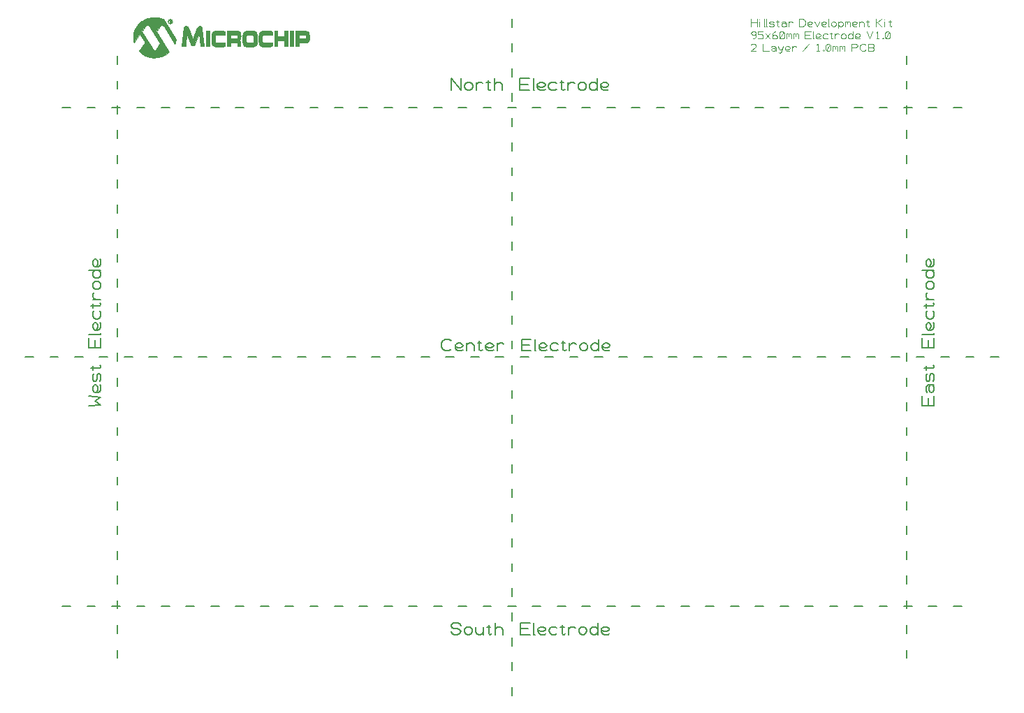
<source format=gbr>
G04 GENERATED BY PULSONIX 7.0 GERBER.DLL 4573*
%INHILLSTAR_95X60_EL_V1_0*%
%LNGERBER_SILKSCREEN_TOP*%
%FSLAX33Y33*%
%IPPOS*%
%LPD*%
%OFA0B0*%
%MOMM*%
%ADD15C,0.125*%
%ADD17C,0.200*%
%ADD1845C,0.010*%
X0Y0D02*
D02*
D15*
X159028Y167133D02*
X159028Y168015D01*
Y167574D02*
X159763Y167574D01*
Y167133D02*
X159763Y168015D01*
X160041Y167133D02*
X160041Y167721D01*
Y167941D02*
X160042Y167942D01*
X160652Y167133D02*
X160578Y167133D01*
Y168015*
X160964Y167133D02*
X160891Y167133D01*
Y168015*
X161203Y167206D02*
X161350Y167133D01*
X161644*
X161791Y167206*
Y167353*
X161644Y167427*
X161350*
X161203Y167500*
Y167647*
X161350Y167721*
X161644*
X161791Y167647*
X162053Y167721D02*
X162347Y167721D01*
X162200Y167868D02*
X162200Y167206D01*
X162274Y167133*
X162347*
X162421Y167206*
X162678Y167647D02*
X162825Y167721D01*
X163046*
X163193Y167647*
X163266Y167500*
Y167280*
X163193Y167206*
X163046Y167133*
X162899*
X162752Y167206*
X162678Y167280*
Y167353*
X162752Y167427*
X162899Y167500*
X163046*
X163193Y167427*
X163266Y167353*
Y167280D02*
X163266Y167133D01*
X163528D02*
X163528Y167721D01*
Y167500D02*
X163602Y167647D01*
X163749Y167721*
X163896*
X164043Y167647*
X164841Y167133D02*
X164841Y168015D01*
X165282*
X165429Y167941*
X165502Y167868*
X165576Y167721*
Y167427*
X165502Y167280*
X165429Y167206*
X165282Y167133*
X164841*
X166441Y167206D02*
X166368Y167133D01*
X166221*
X166074*
X165927Y167206*
X165853Y167353*
Y167574*
X165927Y167647*
X166074Y167721*
X166221*
X166368Y167647*
X166441Y167574*
Y167500*
X166368Y167427*
X166221Y167353*
X166074*
X165927Y167427*
X165853Y167500*
X166703Y167721D02*
X166997Y167133D01*
X167291Y167721*
X168141Y167206D02*
X168068Y167133D01*
X167921*
X167774*
X167627Y167206*
X167553Y167353*
Y167574*
X167627Y167647*
X167774Y167721*
X167921*
X168068Y167647*
X168141Y167574*
Y167500*
X168068Y167427*
X167921Y167353*
X167774*
X167627Y167427*
X167553Y167500*
X168477Y167133D02*
X168403Y167133D01*
Y168015*
X168716Y167353D02*
X168789Y167206D01*
X168936Y167133*
X169083*
X169230Y167206*
X169304Y167353*
Y167500*
X169230Y167647*
X169083Y167721*
X168936*
X168789Y167647*
X168716Y167500*
Y167353*
X169566Y167721D02*
X169566Y166912D01*
Y167353D02*
X169639Y167206D01*
X169786Y167133*
X169933*
X170080Y167206*
X170154Y167353*
Y167500*
X170080Y167647*
X169933Y167721*
X169786*
X169639Y167647*
X169566Y167500*
Y167353*
X170416Y167133D02*
X170416Y167721D01*
Y167647D02*
X170489Y167721D01*
X170636*
X170710Y167647*
Y167427*
Y167647D02*
X170783Y167721D01*
X170930*
X171004Y167647*
Y167133*
X171854Y167206D02*
X171780Y167133D01*
X171633*
X171486*
X171339Y167206*
X171266Y167353*
Y167574*
X171339Y167647*
X171486Y167721*
X171633*
X171780Y167647*
X171854Y167574*
Y167500*
X171780Y167427*
X171633Y167353*
X171486*
X171339Y167427*
X171266Y167500*
X172116Y167133D02*
X172116Y167721D01*
Y167500D02*
X172189Y167647D01*
X172336Y167721*
X172483*
X172630Y167647*
X172704Y167500*
Y167133*
X172966Y167721D02*
X173260Y167721D01*
X173113Y167868D02*
X173113Y167206D01*
X173186Y167133*
X173260*
X173333Y167206*
X174128Y167133D02*
X174128Y168015D01*
Y167574D02*
X174349Y167574D01*
X174863Y168015*
X174349Y167574D02*
X174863Y167133D01*
X175141D02*
X175141Y167721D01*
Y167941D02*
X175142Y167942D01*
X175678Y167721D02*
X175972Y167721D01*
X175825Y167868D02*
X175825Y167206D01*
X175899Y167133*
X175972*
X176046Y167206*
X159249Y165633D02*
X159396Y165706D01*
X159543Y165853*
X159616Y166074*
Y166294*
X159543Y166441*
X159396Y166515*
X159249*
X159102Y166441*
X159028Y166294*
X159102Y166147*
X159249Y166074*
X159396*
X159543Y166147*
X159616Y166294*
X159878Y165706D02*
X160025Y165633D01*
X160246*
X160393Y165706*
X160466Y165853*
Y165927*
X160393Y166074*
X160246Y166147*
X159878*
Y166515*
X160466*
X160728Y165633D02*
X161316Y166221D01*
Y165633D02*
X160728Y166221D01*
X161578Y165853D02*
X161652Y166000D01*
X161799Y166074*
X161946*
X162093Y166000*
X162166Y165853*
X162093Y165706*
X161946Y165633*
X161799*
X161652Y165706*
X161578Y165853*
Y166074*
X161652Y166294*
X161799Y166441*
X161946Y166515*
X162502Y165706D02*
X162649Y165633D01*
X162796*
X162943Y165706*
X163016Y165853*
Y166294*
X162943Y166441*
X162796Y166515*
X162649*
X162502Y166441*
X162428Y166294*
Y165853*
X162502Y165706*
X162943Y166441*
X163278Y165633D02*
X163278Y166221D01*
Y166147D02*
X163352Y166221D01*
X163499*
X163572Y166147*
Y165927*
Y166147D02*
X163646Y166221D01*
X163793*
X163866Y166147*
Y165633*
X164128D02*
X164128Y166221D01*
Y166147D02*
X164202Y166221D01*
X164349*
X164422Y166147*
Y165927*
Y166147D02*
X164496Y166221D01*
X164643*
X164716Y166147*
Y165633*
X165516D02*
X165516Y166515D01*
X166251*
X166104Y166074D02*
X165516Y166074D01*
Y165633D02*
X166251Y165633D01*
X166602D02*
X166528Y165633D01*
Y166515*
X167429Y165706D02*
X167355Y165633D01*
X167208*
X167061*
X166914Y165706*
X166841Y165853*
Y166074*
X166914Y166147*
X167061Y166221*
X167208*
X167355Y166147*
X167429Y166074*
Y166000*
X167355Y165927*
X167208Y165853*
X167061*
X166914Y165927*
X166841Y166000*
X168279Y166147D02*
X168132Y166221D01*
X167911*
X167764Y166147*
X167691Y166000*
Y165853*
X167764Y165706*
X167911Y165633*
X168132*
X168279Y165706*
X168541Y166221D02*
X168835Y166221D01*
X168688Y166368D02*
X168688Y165706D01*
X168761Y165633*
X168835*
X168908Y165706*
X169166Y165633D02*
X169166Y166221D01*
Y166000D02*
X169239Y166147D01*
X169386Y166221*
X169533*
X169680Y166147*
X169941Y165853D02*
X170014Y165706D01*
X170161Y165633*
X170308*
X170455Y165706*
X170529Y165853*
Y166000*
X170455Y166147*
X170308Y166221*
X170161*
X170014Y166147*
X169941Y166000*
Y165853*
X171379Y166000D02*
X171305Y166147D01*
X171158Y166221*
X171011*
X170864Y166147*
X170791Y166000*
Y165853*
X170864Y165706*
X171011Y165633*
X171158*
X171305Y165706*
X171379Y165853*
Y165633D02*
X171379Y166515D01*
X172229Y165706D02*
X172155Y165633D01*
X172008*
X171861*
X171714Y165706*
X171641Y165853*
Y166074*
X171714Y166147*
X171861Y166221*
X172008*
X172155Y166147*
X172229Y166074*
Y166000*
X172155Y165927*
X172008Y165853*
X171861*
X171714Y165927*
X171641Y166000*
X173028Y166515D02*
X173396Y165633D01*
X173763Y166515*
X174188Y165633D02*
X174482Y165633D01*
X174335D02*
X174335Y166515D01*
X174188Y166368*
X174964Y165633D02*
X175038Y165706D01*
X174964Y165780*
X174891Y165706*
X174964Y165633*
X175352Y165706D02*
X175499Y165633D01*
X175646*
X175793Y165706*
X175866Y165853*
Y166294*
X175793Y166441*
X175646Y166515*
X175499*
X175352Y166441*
X175278Y166294*
Y165853*
X175352Y165706*
X175793Y166441*
X159616Y164133D02*
X159028Y164133D01*
X159543Y164647*
X159616Y164794*
X159543Y164941*
X159396Y165015*
X159175*
X159028Y164941*
X160416Y165015D02*
X160416Y164133D01*
X161151*
X161428Y164647D02*
X161575Y164721D01*
X161796*
X161943Y164647*
X162016Y164500*
Y164280*
X161943Y164206*
X161796Y164133*
X161649*
X161502Y164206*
X161428Y164280*
Y164353*
X161502Y164427*
X161649Y164500*
X161796*
X161943Y164427*
X162016Y164353*
Y164280D02*
X162016Y164133D01*
X162278Y164721D02*
X162352Y164427D01*
X162499Y164280*
X162646*
X162793Y164427*
X162866Y164721*
X162793Y164427D02*
X162719Y164133D01*
X162646Y163986*
X162499Y163912*
X162352Y163986*
X163716Y164206D02*
X163643Y164133D01*
X163496*
X163349*
X163202Y164206*
X163128Y164353*
Y164574*
X163202Y164647*
X163349Y164721*
X163496*
X163643Y164647*
X163716Y164574*
Y164500*
X163643Y164427*
X163496Y164353*
X163349*
X163202Y164427*
X163128Y164500*
X163978Y164133D02*
X163978Y164721D01*
Y164500D02*
X164052Y164647D01*
X164199Y164721*
X164346*
X164493Y164647*
X165291Y164133D02*
X166026Y165015D01*
X166988Y164133D02*
X167282Y164133D01*
X167135D02*
X167135Y165015D01*
X166988Y164868*
X167764Y164133D02*
X167838Y164206D01*
X167764Y164280*
X167691Y164206*
X167764Y164133*
X168152Y164206D02*
X168299Y164133D01*
X168446*
X168593Y164206*
X168666Y164353*
Y164794*
X168593Y164941*
X168446Y165015*
X168299*
X168152Y164941*
X168078Y164794*
Y164353*
X168152Y164206*
X168593Y164941*
X168928Y164133D02*
X168928Y164721D01*
Y164647D02*
X169002Y164721D01*
X169149*
X169222Y164647*
Y164427*
Y164647D02*
X169296Y164721D01*
X169443*
X169516Y164647*
Y164133*
X169778D02*
X169778Y164721D01*
Y164647D02*
X169852Y164721D01*
X169999*
X170072Y164647*
Y164427*
Y164647D02*
X170146Y164721D01*
X170293*
X170366Y164647*
Y164133*
X171166D02*
X171166Y165015D01*
X171680*
X171827Y164941*
X171901Y164794*
X171827Y164647*
X171680Y164574*
X171166*
X172913Y164280D02*
X172840Y164206D01*
X172693Y164133*
X172472*
X172325Y164206*
X172252Y164280*
X172178Y164427*
Y164721*
X172252Y164868*
X172325Y164941*
X172472Y165015*
X172693*
X172840Y164941*
X172913Y164868*
X173705Y164574D02*
X173852Y164500D01*
X173926Y164353*
X173852Y164206*
X173705Y164133*
X173191*
Y165015*
X173705*
X173852Y164941*
X173926Y164794*
X173852Y164647*
X173705Y164574*
X173191*
D02*
D17*
X71028Y127037D02*
X72028D01*
X74028D02*
X75028D01*
X77028D02*
X78028D01*
X80028D02*
X81028D01*
X83028D02*
X84028D01*
X86028D02*
X87028D01*
X89028D02*
X90028D01*
X92028D02*
X93028D01*
X95028D02*
X96028D01*
X98028D02*
X99028D01*
X101028D02*
X102028D01*
X104028D02*
X105028D01*
X107028D02*
X108028D01*
X110028D02*
X111028D01*
X113028D02*
X114028D01*
X116028D02*
X117028D01*
X119028D02*
X120028D01*
X122028D02*
X123028D01*
X125028D02*
X126028D01*
X128028D02*
X129028D01*
X131028D02*
X132028D01*
X134028D02*
X135028D01*
X137028D02*
X138028D01*
X140028D02*
X141028D01*
X143028D02*
X144028D01*
X146028D02*
X147028D01*
X149028D02*
X150028D01*
X152028D02*
X153028D01*
X155028D02*
X156028D01*
X158028D02*
X159028D01*
X161028D02*
X162028D01*
X164028D02*
X165028D01*
X167028D02*
X168028D01*
X170028D02*
X171028D01*
X173028D02*
X174028D01*
X176028D02*
X177028D01*
X179028D02*
X180028D01*
X182028D02*
X183028D01*
X185028D02*
X186028D01*
X188028D02*
X189028D01*
X75528Y96802D02*
X76528D01*
X78528D02*
X79528D01*
X81528D02*
X82528D01*
X84528D02*
X85528D01*
X87528D02*
X88528D01*
X90528D02*
X91528D01*
X93528D02*
X94528D01*
X96528D02*
X97528D01*
X99528D02*
X100528D01*
X102528D02*
X103528D01*
X105528D02*
X106528D01*
X108528D02*
X109528D01*
X111528D02*
X112528D01*
X114528D02*
X115528D01*
X117528D02*
X118528D01*
X120528D02*
X121528D01*
X123528D02*
X124528D01*
X126528D02*
X127528D01*
X129528D02*
X130528D01*
X132528D02*
X133528D01*
X135528D02*
X136528D01*
X138528D02*
X139528D01*
X141528D02*
X142528D01*
X144528D02*
X145528D01*
X147528D02*
X148528D01*
X150528D02*
X151528D01*
X153528D02*
X154528D01*
X156528D02*
X157528D01*
X159528D02*
X160528D01*
X162528D02*
X163528D01*
X165528D02*
X166528D01*
X168528D02*
X169528D01*
X171528D02*
X172528D01*
X174528D02*
X175528D01*
X177528D02*
X178528D01*
X180528D02*
X181528D01*
X183528D02*
X184528D01*
X75528Y157272D02*
X76528D01*
X78528D02*
X79528D01*
X81528D02*
X82528D01*
X84528D02*
X85528D01*
X87528D02*
X88528D01*
X90528D02*
X91528D01*
X93528D02*
X94528D01*
X96528D02*
X97528D01*
X99528D02*
X100528D01*
X102528D02*
X103528D01*
X105528D02*
X106528D01*
X108528D02*
X109528D01*
X111528D02*
X112528D01*
X114528D02*
X115528D01*
X117528D02*
X118528D01*
X120528D02*
X121528D01*
X123528D02*
X124528D01*
X126528D02*
X127528D01*
X129528D02*
X130528D01*
X132528D02*
X133528D01*
X135528D02*
X136528D01*
X138528D02*
X139528D01*
X141528D02*
X142528D01*
X144528D02*
X145528D01*
X147528D02*
X148528D01*
X150528D02*
X151528D01*
X153528D02*
X154528D01*
X156528D02*
X157528D01*
X159528D02*
X160528D01*
X162528D02*
X163528D01*
X165528D02*
X166528D01*
X168528D02*
X169528D01*
X171528D02*
X172528D01*
X174528D02*
X175528D01*
X177528D02*
X178528D01*
X180528D02*
X181528D01*
X183528D02*
X184528D01*
X78763Y121127D02*
X80175Y121245D01*
X79469Y121715*
X80175Y122186*
X78763Y122303*
X80058Y123688D02*
X80175Y123571D01*
Y123335*
Y123100*
X80058Y122865*
X79822Y122747*
X79469*
X79352Y122865*
X79234Y123100*
Y123335*
X79352Y123571*
X79469Y123688*
X79587*
X79705Y123571*
X79822Y123335*
Y123100*
X79705Y122865*
X79587Y122747*
X80058Y124107D02*
X80175Y124342D01*
Y124813*
X80058Y125048*
X79822*
X79705Y124813*
Y124342*
X79587Y124107*
X79352*
X79234Y124342*
Y124813*
X79352Y125048*
X79234Y125467D02*
X79234Y125938D01*
X78999Y125702D02*
X80058Y125702D01*
X80175Y125820*
Y125938*
X80058Y126055*
X80175Y128187D02*
X78763Y128187D01*
Y129363*
X79469Y129128D02*
X79469Y128187D01*
X80175D02*
X80175Y129363D01*
Y129925D02*
X80175Y129807D01*
X78763*
X80058Y131248D02*
X80175Y131131D01*
Y130895*
Y130660*
X80058Y130425*
X79822Y130307*
X79469*
X79352Y130425*
X79234Y130660*
Y130895*
X79352Y131131*
X79469Y131248*
X79587*
X79705Y131131*
X79822Y130895*
Y130660*
X79705Y130425*
X79587Y130307*
X79352Y132608D02*
X79234Y132373D01*
Y132020*
X79352Y131785*
X79587Y131667*
X79822*
X80058Y131785*
X80175Y132020*
Y132373*
X80058Y132608*
X79234Y133027D02*
X79234Y133498D01*
X78999Y133262D02*
X80058Y133262D01*
X80175Y133380*
Y133498*
X80058Y133615*
X80175Y134027D02*
X79234Y134027D01*
X79587D02*
X79352Y134145D01*
X79234Y134380*
Y134615*
X79352Y134851*
X79822Y135267D02*
X80058Y135385D01*
X80175Y135620*
Y135855*
X80058Y136091*
X79822Y136208*
X79587*
X79352Y136091*
X79234Y135855*
Y135620*
X79352Y135385*
X79587Y135267*
X79822*
X79587Y137568D02*
X79352Y137451D01*
X79234Y137215*
Y136980*
X79352Y136745*
X79587Y136627*
X79822*
X80058Y136745*
X80175Y136980*
Y137215*
X80058Y137451*
X79822Y137568*
X80175D02*
X78763Y137568D01*
X80058Y138928D02*
X80175Y138811D01*
Y138575*
Y138340*
X80058Y138105*
X79822Y137987*
X79469*
X79352Y138105*
X79234Y138340*
Y138575*
X79352Y138811*
X79469Y138928*
X79587*
X79705Y138811*
X79822Y138575*
Y138340*
X79705Y138105*
X79587Y137987*
X82178Y90537D02*
Y91537D01*
Y93537D02*
Y94537D01*
Y96537D02*
Y97537D01*
Y99537D02*
Y100537D01*
Y102537D02*
Y103537D01*
Y105537D02*
Y106537D01*
Y108537D02*
Y109537D01*
Y111537D02*
Y112537D01*
Y114537D02*
Y115537D01*
Y117537D02*
Y118537D01*
Y120537D02*
Y121537D01*
Y123537D02*
Y124537D01*
Y126537D02*
Y127537D01*
Y129537D02*
Y130537D01*
Y132537D02*
Y133537D01*
Y135537D02*
Y136537D01*
Y138537D02*
Y139537D01*
Y141537D02*
Y142537D01*
Y144537D02*
Y145537D01*
Y147537D02*
Y148537D01*
Y150537D02*
Y151537D01*
Y153537D02*
Y154537D01*
Y156537D02*
Y157537D01*
Y159537D02*
Y160537D01*
Y162537D02*
Y163537D01*
X130028Y86037D02*
Y87037D01*
Y89037D02*
Y90037D01*
Y92037D02*
Y93037D01*
Y95037D02*
Y96037D01*
Y98037D02*
Y99037D01*
Y101037D02*
Y102037D01*
Y104037D02*
Y105037D01*
Y107037D02*
Y108037D01*
Y110037D02*
Y111037D01*
Y113037D02*
Y114037D01*
Y116037D02*
Y117037D01*
Y119037D02*
Y120037D01*
Y122037D02*
Y123037D01*
Y125037D02*
Y126037D01*
Y128037D02*
Y129037D01*
Y131037D02*
Y132037D01*
Y134037D02*
Y135037D01*
Y137037D02*
Y138037D01*
Y140037D02*
Y141037D01*
Y143037D02*
Y144037D01*
Y146037D02*
Y147037D01*
Y149037D02*
Y150037D01*
Y152037D02*
Y153037D01*
Y155037D02*
Y156037D01*
Y158037D02*
Y159037D01*
Y161037D02*
Y162037D01*
Y164037D02*
Y165037D01*
Y167037D02*
Y168037D01*
X122695Y128025D02*
X122577Y127908D01*
X122342Y127790*
X121989*
X121753Y127908*
X121636Y128025*
X121518Y128261*
Y128731*
X121636Y128966*
X121753Y129084*
X121989Y129202*
X122342*
X122577Y129084*
X122695Y128966*
X124079Y127908D02*
X123962Y127790D01*
X123726*
X123491*
X123256Y127908*
X123138Y128143*
Y128496*
X123256Y128613*
X123491Y128731*
X123726*
X123962Y128613*
X124079Y128496*
Y128378*
X123962Y128261*
X123726Y128143*
X123491*
X123256Y128261*
X123138Y128378*
X124498Y127790D02*
X124498Y128731D01*
Y128378D02*
X124616Y128613D01*
X124851Y128731*
X125086*
X125322Y128613*
X125439Y128378*
Y127790*
X125858Y128731D02*
X126329Y128731D01*
X126093Y128966D02*
X126093Y127908D01*
X126211Y127790*
X126329*
X126446Y127908*
X127799D02*
X127682Y127790D01*
X127446*
X127211*
X126976Y127908*
X126858Y128143*
Y128496*
X126976Y128613*
X127211Y128731*
X127446*
X127682Y128613*
X127799Y128496*
Y128378*
X127682Y128261*
X127446Y128143*
X127211*
X126976Y128261*
X126858Y128378*
X128218Y127790D02*
X128218Y128731D01*
Y128378D02*
X128336Y128613D01*
X128571Y128731*
X128806*
X129042Y128613*
X131178Y127790D02*
X131178Y129202D01*
X132355*
X132119Y128496D02*
X131178Y128496D01*
Y127790D02*
X132355Y127790D01*
X132916D02*
X132798Y127790D01*
Y129202*
X134239Y127908D02*
X134122Y127790D01*
X133886*
X133651*
X133416Y127908*
X133298Y128143*
Y128496*
X133416Y128613*
X133651Y128731*
X133886*
X134122Y128613*
X134239Y128496*
Y128378*
X134122Y128261*
X133886Y128143*
X133651*
X133416Y128261*
X133298Y128378*
X135599Y128613D02*
X135364Y128731D01*
X135011*
X134776Y128613*
X134658Y128378*
Y128143*
X134776Y127908*
X135011Y127790*
X135364*
X135599Y127908*
X136018Y128731D02*
X136489Y128731D01*
X136253Y128966D02*
X136253Y127908D01*
X136371Y127790*
X136489*
X136606Y127908*
X137018Y127790D02*
X137018Y128731D01*
Y128378D02*
X137136Y128613D01*
X137371Y128731*
X137606*
X137842Y128613*
X138258Y128143D02*
X138376Y127908D01*
X138611Y127790*
X138846*
X139082Y127908*
X139199Y128143*
Y128378*
X139082Y128613*
X138846Y128731*
X138611*
X138376Y128613*
X138258Y128378*
Y128143*
X140559Y128378D02*
X140442Y128613D01*
X140206Y128731*
X139971*
X139736Y128613*
X139618Y128378*
Y128143*
X139736Y127908*
X139971Y127790*
X140206*
X140442Y127908*
X140559Y128143*
Y127790D02*
X140559Y129202D01*
X141919Y127908D02*
X141802Y127790D01*
X141566*
X141331*
X141096Y127908*
X140978Y128143*
Y128496*
X141096Y128613*
X141331Y128731*
X141566*
X141802Y128613*
X141919Y128496*
Y128378*
X141802Y128261*
X141566Y128143*
X141331*
X141096Y128261*
X140978Y128378*
X122638Y93743D02*
X122756Y93508D01*
X122991Y93390*
X123462*
X123697Y93508*
X123815Y93743*
X123697Y93978*
X123462Y94096*
X122991*
X122756Y94213*
X122638Y94449*
X122756Y94684*
X122991Y94802*
X123462*
X123697Y94684*
X123815Y94449*
X124258Y93743D02*
X124376Y93508D01*
X124611Y93390*
X124846*
X125082Y93508*
X125199Y93743*
Y93978*
X125082Y94213*
X124846Y94331*
X124611*
X124376Y94213*
X124258Y93978*
Y93743*
X125618Y94331D02*
X125618Y93743D01*
X125736Y93508*
X125971Y93390*
X126206*
X126442Y93508*
X126559Y93743*
Y94331D02*
X126559Y93390D01*
X126978Y94331D02*
X127449Y94331D01*
X127213Y94566D02*
X127213Y93508D01*
X127331Y93390*
X127449*
X127566Y93508*
X127978Y93390D02*
X127978Y94802D01*
Y93978D02*
X128096Y94213D01*
X128331Y94331*
X128566*
X128802Y94213*
X128919Y93978*
Y93390*
X131058D02*
X131058Y94802D01*
X132235*
X131999Y94096D02*
X131058Y94096D01*
Y93390D02*
X132235Y93390D01*
X132796D02*
X132678Y93390D01*
Y94802*
X134119Y93508D02*
X134002Y93390D01*
X133766*
X133531*
X133296Y93508*
X133178Y93743*
Y94096*
X133296Y94213*
X133531Y94331*
X133766*
X134002Y94213*
X134119Y94096*
Y93978*
X134002Y93861*
X133766Y93743*
X133531*
X133296Y93861*
X133178Y93978*
X135479Y94213D02*
X135244Y94331D01*
X134891*
X134656Y94213*
X134538Y93978*
Y93743*
X134656Y93508*
X134891Y93390*
X135244*
X135479Y93508*
X135898Y94331D02*
X136369Y94331D01*
X136133Y94566D02*
X136133Y93508D01*
X136251Y93390*
X136369*
X136486Y93508*
X136898Y93390D02*
X136898Y94331D01*
Y93978D02*
X137016Y94213D01*
X137251Y94331*
X137486*
X137722Y94213*
X138138Y93743D02*
X138256Y93508D01*
X138491Y93390*
X138726*
X138962Y93508*
X139079Y93743*
Y93978*
X138962Y94213*
X138726Y94331*
X138491*
X138256Y94213*
X138138Y93978*
Y93743*
X140439Y93978D02*
X140322Y94213D01*
X140086Y94331*
X139851*
X139616Y94213*
X139498Y93978*
Y93743*
X139616Y93508*
X139851Y93390*
X140086*
X140322Y93508*
X140439Y93743*
Y93390D02*
X140439Y94802D01*
X141799Y93508D02*
X141682Y93390D01*
X141446*
X141211*
X140976Y93508*
X140858Y93743*
Y94096*
X140976Y94213*
X141211Y94331*
X141446*
X141682Y94213*
X141799Y94096*
Y93978*
X141682Y93861*
X141446Y93743*
X141211*
X140976Y93861*
X140858Y93978*
X122698Y159390D02*
X122698Y160802D01*
X123875Y159390*
Y160802*
X124318Y159743D02*
X124436Y159508D01*
X124671Y159390*
X124906*
X125142Y159508*
X125259Y159743*
Y159978*
X125142Y160213*
X124906Y160331*
X124671*
X124436Y160213*
X124318Y159978*
Y159743*
X125678Y159390D02*
X125678Y160331D01*
Y159978D02*
X125796Y160213D01*
X126031Y160331*
X126266*
X126502Y160213*
X126918Y160331D02*
X127389Y160331D01*
X127153Y160566D02*
X127153Y159508D01*
X127271Y159390*
X127389*
X127506Y159508*
X127918Y159390D02*
X127918Y160802D01*
Y159978D02*
X128036Y160213D01*
X128271Y160331*
X128506*
X128742Y160213*
X128859Y159978*
Y159390*
X130998D02*
X130998Y160802D01*
X132175*
X131939Y160096D02*
X130998Y160096D01*
Y159390D02*
X132175Y159390D01*
X132736D02*
X132618Y159390D01*
Y160802*
X134059Y159508D02*
X133942Y159390D01*
X133706*
X133471*
X133236Y159508*
X133118Y159743*
Y160096*
X133236Y160213*
X133471Y160331*
X133706*
X133942Y160213*
X134059Y160096*
Y159978*
X133942Y159861*
X133706Y159743*
X133471*
X133236Y159861*
X133118Y159978*
X135419Y160213D02*
X135184Y160331D01*
X134831*
X134596Y160213*
X134478Y159978*
Y159743*
X134596Y159508*
X134831Y159390*
X135184*
X135419Y159508*
X135838Y160331D02*
X136309Y160331D01*
X136073Y160566D02*
X136073Y159508D01*
X136191Y159390*
X136309*
X136426Y159508*
X136838Y159390D02*
X136838Y160331D01*
Y159978D02*
X136956Y160213D01*
X137191Y160331*
X137426*
X137662Y160213*
X138078Y159743D02*
X138196Y159508D01*
X138431Y159390*
X138666*
X138902Y159508*
X139019Y159743*
Y159978*
X138902Y160213*
X138666Y160331*
X138431*
X138196Y160213*
X138078Y159978*
Y159743*
X140379Y159978D02*
X140262Y160213D01*
X140026Y160331*
X139791*
X139556Y160213*
X139438Y159978*
Y159743*
X139556Y159508*
X139791Y159390*
X140026*
X140262Y159508*
X140379Y159743*
Y159390D02*
X140379Y160802D01*
X141739Y159508D02*
X141622Y159390D01*
X141386*
X141151*
X140916Y159508*
X140798Y159743*
Y160096*
X140916Y160213*
X141151Y160331*
X141386*
X141622Y160213*
X141739Y160096*
Y159978*
X141622Y159861*
X141386Y159743*
X141151*
X140916Y159861*
X140798Y159978*
X177878Y90537D02*
Y91537D01*
Y93537D02*
Y94537D01*
Y96537D02*
Y97537D01*
Y99537D02*
Y100537D01*
Y102537D02*
Y103537D01*
Y105537D02*
Y106537D01*
Y108537D02*
Y109537D01*
Y111537D02*
Y112537D01*
Y114537D02*
Y115537D01*
Y117537D02*
Y118537D01*
Y120537D02*
Y121537D01*
Y123537D02*
Y124537D01*
Y126537D02*
Y127537D01*
Y129537D02*
Y130537D01*
Y132537D02*
Y133537D01*
Y135537D02*
Y136537D01*
Y138537D02*
Y139537D01*
Y141537D02*
Y142537D01*
Y144537D02*
Y145537D01*
Y147537D02*
Y148537D01*
Y150537D02*
Y151537D01*
Y153537D02*
Y154537D01*
Y156537D02*
Y157537D01*
Y159537D02*
Y160537D01*
Y162537D02*
Y163537D01*
X181175Y121127D02*
X179763Y121127D01*
Y122303*
X180469Y122068D02*
X180469Y121127D01*
X181175D02*
X181175Y122303D01*
X180352Y122747D02*
X180234Y122982D01*
Y123335*
X180352Y123571*
X180587Y123688*
X180940*
X181058Y123571*
X181175Y123335*
Y123100*
X181058Y122865*
X180940Y122747*
X180822*
X180705Y122865*
X180587Y123100*
Y123335*
X180705Y123571*
X180822Y123688*
X180940D02*
X181175Y123688D01*
X181058Y124107D02*
X181175Y124342D01*
Y124813*
X181058Y125048*
X180822*
X180705Y124813*
Y124342*
X180587Y124107*
X180352*
X180234Y124342*
Y124813*
X180352Y125048*
X180234Y125467D02*
X180234Y125938D01*
X179999Y125702D02*
X181058Y125702D01*
X181175Y125820*
Y125938*
X181058Y126055*
X181175Y128187D02*
X179763Y128187D01*
Y129363*
X180469Y129128D02*
X180469Y128187D01*
X181175D02*
X181175Y129363D01*
Y129925D02*
X181175Y129807D01*
X179763*
X181058Y131248D02*
X181175Y131131D01*
Y130895*
Y130660*
X181058Y130425*
X180822Y130307*
X180469*
X180352Y130425*
X180234Y130660*
Y130895*
X180352Y131131*
X180469Y131248*
X180587*
X180705Y131131*
X180822Y130895*
Y130660*
X180705Y130425*
X180587Y130307*
X180352Y132608D02*
X180234Y132373D01*
Y132020*
X180352Y131785*
X180587Y131667*
X180822*
X181058Y131785*
X181175Y132020*
Y132373*
X181058Y132608*
X180234Y133027D02*
X180234Y133498D01*
X179999Y133262D02*
X181058Y133262D01*
X181175Y133380*
Y133498*
X181058Y133615*
X181175Y134027D02*
X180234Y134027D01*
X180587D02*
X180352Y134145D01*
X180234Y134380*
Y134615*
X180352Y134851*
X180822Y135267D02*
X181058Y135385D01*
X181175Y135620*
Y135855*
X181058Y136091*
X180822Y136208*
X180587*
X180352Y136091*
X180234Y135855*
Y135620*
X180352Y135385*
X180587Y135267*
X180822*
X180587Y137568D02*
X180352Y137451D01*
X180234Y137215*
Y136980*
X180352Y136745*
X180587Y136627*
X180822*
X181058Y136745*
X181175Y136980*
Y137215*
X181058Y137451*
X180822Y137568*
X181175D02*
X179763Y137568D01*
X181058Y138928D02*
X181175Y138811D01*
Y138575*
Y138340*
X181058Y138105*
X180822Y137987*
X180469*
X180352Y138105*
X180234Y138340*
Y138575*
X180352Y138811*
X180469Y138928*
X180587*
X180705Y138811*
X180822Y138575*
Y138340*
X180705Y138105*
X180587Y137987*
D02*
D1845*
X88618Y167980D02*
G75*
G03Y167414J-283D01*
G01*
G75*
G03Y167980J283*
G01*
X88617Y167933D02*
G75*
G03Y167461J-236D01*
G01*
G75*
G03Y167933J236*
G01*
X88335Y167697D02*
G36*
G75*
G03X88618Y167414I283D01*
G01*
G75*
G03X88901Y167697J283*
G01*
X88853*
G75*
G02X88617Y167461I-236*
G01*
G75*
G02X88381Y167697J236*
G01*
X88335*
G37*
X88381D02*
G36*
G75*
G02X88617Y167933I236D01*
G01*
G75*
G02X88853Y167697J-236*
G01*
X88901*
G75*
G03X88618Y167980I-283*
G01*
G75*
G03X88335Y167697J-283*
G01*
X88381*
G37*
X88749Y167542D02*
X88659Y167682D01*
X88699Y167692*
X88724Y167707*
X88739Y167737*
X88744Y167772*
X88739Y167807*
X88719Y167837*
X88684Y167852*
X88634Y167857*
X88509*
Y167542*
X88554*
Y167677*
X88614*
X88694Y167542*
X88749*
X88689Y167772D02*
X88684Y167752D01*
X88669Y167737*
X88649Y167722*
X88614Y167717*
X88554*
Y167822*
X88624*
X88654Y167817*
X88674Y167807*
X88689Y167792*
Y167772*
X88509Y167770D02*
G36*
Y167542D01*
X88554*
Y167677*
X88614*
X88694Y167542*
X88749*
X88659Y167682*
X88699Y167692*
X88724Y167707*
X88739Y167737*
X88744Y167770*
X88688*
X88684Y167752*
X88669Y167737*
X88649Y167722*
X88614Y167717*
X88554*
Y167770*
X88509*
G37*
X88554D02*
G36*
Y167822D01*
X88624*
X88654Y167817*
X88674Y167807*
X88689Y167792*
Y167772*
X88688Y167770*
X88744*
X88744Y167772*
X88739Y167807*
X88719Y167837*
X88684Y167852*
X88634Y167857*
X88509*
Y167770*
X88554*
G37*
X89299Y165587D02*
X89289Y165497D01*
X89279Y165417*
X89264Y165352*
X89254Y165302*
X89239Y165252*
X89219Y165187*
X89194Y165107*
X89164Y165012*
X87829Y167112*
X87799Y167152*
X87769Y167187*
X87739Y167217*
X87709Y167242*
X87649Y167272*
X87614Y167277*
X87584Y167282*
X87524Y167267*
X87469Y167237*
X87414Y167192*
X87359Y167122*
X86919Y166502*
X88484Y164022*
X88284Y163862*
X88179Y163787*
X87969Y163657*
X87859Y163602*
X87749Y163552*
X87519Y163462*
X87399Y163427*
X87279Y163397*
X87159Y163377*
X87034Y163357*
X86909Y163342*
X86649Y163332*
X86514Y163337*
X86384Y163342*
X86254Y163362*
X86129Y163382*
X86004Y163407*
X85884Y163442*
X85764Y163482*
X85644Y163532*
X85529Y163582*
X85419Y163642*
X85309Y163707*
X85199Y163777*
X85094Y163857*
X84989Y163942*
X84889Y164032*
X84789Y164127*
X85469Y165062*
X85489Y165102*
X85504Y165142*
X85514Y165232*
X85504Y165262*
X85489Y165302*
X85464Y165347*
X85434Y165402*
X84934Y166187*
X84199Y165152*
X84159Y165312*
X84129Y165477*
X84114Y165652*
X84109Y165827*
X84119Y166067*
X84134Y166182*
X84154Y166297*
X84179Y166407*
X84209Y166517*
X84249Y166627*
X84289Y166732*
X84339Y166832*
X84389Y166937*
X84449Y167032*
X84514Y167132*
X84584Y167227*
X84659Y167317*
X84829Y167497*
X84929Y167587*
X85029Y167672*
X85129Y167747*
X85234Y167822*
X85344Y167887*
X85459Y167947*
X85569Y168002*
X85689Y168052*
X85809Y168097*
X85934Y168132*
X86059Y168162*
X86189Y168192*
X86319Y168212*
X86454Y168227*
X86734Y168237*
X86854Y168232*
X86979Y168222*
X87104Y168202*
X87234Y168177*
X87364Y168142*
X87499Y168102*
X87634Y168052*
X87769Y167997*
X89299Y165587*
X87395Y165036D02*
X86075Y167121D01*
X86050Y167161*
X86020Y167196*
X85995Y167226*
X85935Y167266*
X85900Y167281*
X85870Y167286*
X85835Y167291*
X85780Y167281*
X85720Y167251*
X85665Y167201*
X85605Y167131*
X85165Y166511*
X86495Y164426*
X86525Y164381*
X86555Y164341*
X86580Y164306*
X86605Y164281*
X86630Y164261*
X86655Y164246*
X86680Y164236*
X86700Y164231*
X86770Y164241*
X86830Y164266*
X86885Y164311*
X86935Y164371*
X87395Y165036*
X85205Y165761D02*
G36*
X85434Y165402D01*
X85464Y165347*
X85489Y165302*
X85504Y165262*
X85514Y165232*
X85504Y165142*
X85489Y165102*
X85469Y165062*
X84789Y164127*
X84889Y164032*
X84989Y163942*
X85094Y163857*
X85199Y163777*
X85309Y163707*
X85419Y163642*
X85529Y163582*
X85644Y163532*
X85764Y163482*
X85884Y163442*
X86004Y163407*
X86129Y163382*
X86254Y163362*
X86384Y163342*
X86514Y163337*
X86649Y163332*
X86909Y163342*
X87034Y163357*
X87159Y163377*
X87279Y163397*
X87399Y163427*
X87519Y163462*
X87749Y163552*
X87859Y163602*
X87969Y163657*
X88179Y163787*
X88284Y163862*
X88484Y164022*
X87387Y165761*
X86936*
X87395Y165036*
X86935Y164371*
X86885Y164311*
X86830Y164266*
X86770Y164241*
X86700Y164231*
X86680Y164236*
X86655Y164246*
X86630Y164261*
X86605Y164281*
X86580Y164306*
X86555Y164341*
X86525Y164381*
X86495Y164426*
X85643Y165761*
X85205*
G37*
X85643D02*
G36*
X85165Y166511D01*
X85605Y167131*
X85665Y167201*
X85720Y167251*
X85780Y167281*
X85835Y167291*
X85870Y167286*
X85900Y167281*
X85935Y167266*
X85995Y167226*
X86020Y167196*
X86050Y167161*
X86075Y167121*
X86936Y165761*
X87387*
X86919Y166502*
X87359Y167122*
X87414Y167192*
X87469Y167237*
X87524Y167267*
X87584Y167282*
X87614Y167277*
X87649Y167272*
X87709Y167242*
X87739Y167217*
X87769Y167187*
X87799Y167152*
X87829Y167112*
X89164Y165012*
X89194Y165107*
X89219Y165187*
X89239Y165252*
X89254Y165302*
X89264Y165352*
X89279Y165417*
X89289Y165497*
X89299Y165587*
X87769Y167997*
X87634Y168052*
X87499Y168102*
X87364Y168142*
X87234Y168177*
X87104Y168202*
X86979Y168222*
X86854Y168232*
X86734Y168237*
X86454Y168227*
X86319Y168212*
X86189Y168192*
X86059Y168162*
X85934Y168132*
X85809Y168097*
X85689Y168052*
X85569Y168002*
X85459Y167947*
X85344Y167887*
X85234Y167822*
X85129Y167747*
X85029Y167672*
X84929Y167587*
X84829Y167497*
X84659Y167317*
X84584Y167227*
X84514Y167132*
X84449Y167032*
X84389Y166937*
X84339Y166832*
X84289Y166732*
X84249Y166627*
X84209Y166517*
X84179Y166407*
X84154Y166297*
X84134Y166182*
X84119Y166067*
X84109Y165827*
X84114Y165652*
X84129Y165477*
X84159Y165312*
X84199Y165152*
X84934Y166187*
X85205Y165761*
X85643*
G37*
X92704Y164697D02*
X92249D01*
X92119Y166267*
X92114*
X91634Y165012*
X91609Y164962*
X91584Y164922*
X91554Y164882*
X91519Y164852*
X91484Y164827*
X91444Y164812*
X91399Y164802*
X91349Y164797*
X91299Y164802*
X91254Y164812*
X91214Y164827*
X91179Y164852*
X91144Y164882*
X91114Y164922*
X91089Y164962*
X91064Y165012*
X90594Y166247*
X90589*
X90454Y164697*
X89989*
X90224Y166902*
X90234Y166952*
X90254Y166997*
X90279Y167042*
X90309Y167082*
X90349Y167122*
X90389Y167147*
X90434Y167162*
X90479Y167167*
X90539Y167162*
X90589Y167152*
X90639Y167132*
X90684Y167107*
X90724Y167072*
X90759Y167027*
X90789Y166982*
X90814Y166922*
X91349Y165582*
X91354*
X91884Y166922*
X91909Y166982*
X91979Y167072*
X92019Y167107*
X92059Y167132*
X92109Y167152*
X92159Y167162*
X92219Y167167*
X92264Y167162*
X92309Y167147*
X92349Y167117*
X92389Y167082*
X92419Y167037*
X92444Y166987*
X92464Y166937*
X92474Y166877*
X92704Y164697*
G36*
X92249*
X92119Y166267*
X92114*
X91634Y165012*
X91609Y164962*
X91584Y164922*
X91554Y164882*
X91519Y164852*
X91484Y164827*
X91444Y164812*
X91399Y164802*
X91349Y164797*
X91299Y164802*
X91254Y164812*
X91214Y164827*
X91179Y164852*
X91144Y164882*
X91114Y164922*
X91089Y164962*
X91064Y165012*
X90594Y166247*
X90589*
X90454Y164697*
X89989*
X90224Y166902*
X90234Y166952*
X90254Y166997*
X90279Y167042*
X90309Y167082*
X90349Y167122*
X90389Y167147*
X90434Y167162*
X90479Y167167*
X90539Y167162*
X90589Y167152*
X90639Y167132*
X90684Y167107*
X90724Y167072*
X90759Y167027*
X90789Y166982*
X90814Y166922*
X91349Y165582*
X91354*
X91884Y166922*
X91909Y166982*
X91979Y167072*
X92019Y167107*
X92059Y167132*
X92109Y167152*
X92159Y167162*
X92219Y167167*
X92264Y167162*
X92309Y167147*
X92349Y167117*
X92389Y167082*
X92419Y167037*
X92444Y166987*
X92464Y166937*
X92474Y166877*
X92704Y164697*
G37*
X93374D02*
X92949D01*
Y166562*
X93374*
Y164697*
G36*
X92949*
Y166562*
X93374*
Y164697*
G37*
X95274Y165157D02*
Y165087D01*
X95269Y165027*
X95264Y164972*
X95259Y164922*
X95254Y164882*
X95244Y164847*
X95234Y164817*
X95219Y164792*
X95199Y164767*
X95169Y164742*
X95139Y164722*
X95099Y164707*
X95054Y164692*
X95004Y164682*
X94944Y164677*
X94174*
X94049Y164682*
X93944Y164702*
X93859Y164737*
X93789Y164782*
X93749Y164827*
X93714Y164877*
X93684Y164937*
X93659Y165002*
X93639Y165077*
X93624Y165162*
X93619Y165252*
X93614Y165352*
Y165907*
X93619Y165997*
X93624Y166082*
X93634Y166162*
X93649Y166232*
X93669Y166292*
X93689Y166347*
X93719Y166397*
X93749Y166437*
X93784Y166472*
X93824Y166502*
X93869Y166527*
X93919Y166547*
X93979Y166562*
X94039Y166572*
X94104Y166582*
X94989*
X95039Y166577*
X95084Y166567*
X95124Y166547*
X95159Y166527*
X95189Y166502*
X95209Y166472*
X95229Y166437*
X95239Y166397*
X95249Y166342*
X95254Y166272*
X95259Y166192*
Y166092*
X94254*
X94179Y166087*
X94124Y166067*
X94079Y166032*
X94049Y165982*
X94034Y165937*
X94024Y165882*
X94019Y165812*
Y165467*
X94024Y165407*
X94029Y165357*
X94034Y165312*
X94044Y165277*
X94059Y165247*
X94074Y165222*
X94089Y165202*
X94119Y165182*
X94154Y165167*
X94194Y165157*
X95274*
G36*
Y165087*
X95269Y165027*
X95264Y164972*
X95259Y164922*
X95254Y164882*
X95244Y164847*
X95234Y164817*
X95219Y164792*
X95199Y164767*
X95169Y164742*
X95139Y164722*
X95099Y164707*
X95054Y164692*
X95004Y164682*
X94944Y164677*
X94174*
X94049Y164682*
X93944Y164702*
X93859Y164737*
X93789Y164782*
X93749Y164827*
X93714Y164877*
X93684Y164937*
X93659Y165002*
X93639Y165077*
X93624Y165162*
X93619Y165252*
X93614Y165352*
Y165907*
X93619Y165997*
X93624Y166082*
X93634Y166162*
X93649Y166232*
X93669Y166292*
X93689Y166347*
X93719Y166397*
X93749Y166437*
X93784Y166472*
X93824Y166502*
X93869Y166527*
X93919Y166547*
X93979Y166562*
X94039Y166572*
X94104Y166582*
X94989*
X95039Y166577*
X95084Y166567*
X95124Y166547*
X95159Y166527*
X95189Y166502*
X95209Y166472*
X95229Y166437*
X95239Y166397*
X95249Y166342*
X95254Y166272*
X95259Y166192*
Y166092*
X94254*
X94179Y166087*
X94124Y166067*
X94079Y166032*
X94049Y165982*
X94034Y165937*
X94024Y165882*
X94019Y165812*
Y165467*
X94024Y165407*
X94029Y165357*
X94034Y165312*
X94044Y165277*
X94059Y165247*
X94074Y165222*
X94089Y165202*
X94119Y165182*
X94154Y165167*
X94194Y165157*
X95274*
G37*
X96759Y165792D02*
Y165902D01*
X96754Y165962*
X96744Y166012*
X96729Y166047*
X96704Y166072*
X96684Y166082*
X96659Y166092*
X96624Y166097*
X95899*
Y165647*
X96649*
X96679Y165657*
X96704Y165672*
X96724Y165687*
X96739Y165712*
X96749Y165747*
X96759Y165792*
X97144Y165892D02*
X97139Y165802D01*
X97134Y165722*
X97119Y165652*
X97104Y165597*
X97074Y165542*
X97034Y165497*
X96984Y165457*
X96919Y165432*
Y165427*
X96974Y165407*
X97014Y165377*
X97054Y165342*
X97084Y165292*
X97109Y165237*
X97124Y165172*
X97134Y165097*
X97139Y165012*
Y164697*
X96744*
Y164982*
X96739Y165027*
X96734Y165067*
X96724Y165097*
X96704Y165132*
X96674Y165162*
X96634Y165177*
X96584Y165182*
X95899*
Y164697*
X95509*
Y166562*
X96759*
X96849Y166557*
X96929Y166532*
X96994Y166492*
X97049Y166437*
X97069Y166402*
X97089Y166362*
X97104Y166317*
X97119Y166267*
X97129Y166212*
X97139Y166082*
X97144Y166012*
Y165892*
X96759Y165792D02*
Y165902D01*
X96754Y165962*
X96744Y166012*
X96729Y166047*
X96704Y166072*
X96684Y166082*
X96659Y166092*
X96624Y166097*
X95899*
Y165647*
X96649*
X96679Y165657*
X96704Y165672*
X96724Y165687*
X96739Y165712*
X96749Y165747*
X96759Y165792*
X95509Y165872D02*
G36*
Y164697D01*
X95899*
Y165182*
X96584*
X96634Y165177*
X96674Y165162*
X96704Y165132*
X96724Y165097*
X96734Y165067*
X96739Y165027*
X96744Y164982*
Y164697*
X97139*
Y165012*
X97134Y165097*
X97124Y165172*
X97109Y165237*
X97084Y165292*
X97054Y165342*
X97014Y165377*
X96974Y165407*
X96919Y165427*
Y165432*
X96984Y165457*
X97034Y165497*
X97074Y165542*
X97104Y165597*
X97119Y165652*
X97134Y165722*
X97139Y165802*
X97143Y165872*
X96759*
Y165792*
X96749Y165747*
X96739Y165712*
X96724Y165687*
X96704Y165672*
X96679Y165657*
X96649Y165647*
X95899*
Y165872*
X95509*
G37*
X95899D02*
G36*
Y166097D01*
X96624*
X96659Y166092*
X96684Y166082*
X96704Y166072*
X96729Y166047*
X96744Y166012*
X96754Y165962*
X96759Y165902*
Y165872*
X97143*
X97144Y165892*
Y166012*
X97139Y166082*
X97129Y166212*
X97119Y166267*
X97104Y166317*
X97089Y166362*
X97069Y166402*
X97049Y166437*
X96994Y166492*
X96929Y166532*
X96849Y166557*
X96759Y166562*
X95509*
Y165872*
X95899*
G37*
X99124Y165992D02*
Y165262D01*
X99114Y165177*
X99104Y165097*
X99089Y165027*
X99064Y164962*
X99039Y164902*
X99009Y164852*
X98979Y164807*
X98904Y164752*
X98809Y164707*
X98699Y164682*
X98564Y164677*
X97859*
X97789Y164687*
X97724Y164702*
X97664Y164722*
X97609Y164747*
X97559Y164777*
X97519Y164817*
X97484Y164857*
X97459Y164897*
X97419Y164997*
X97404Y165057*
X97394Y165122*
X97384Y165192*
X97379Y165272*
Y166017*
X97389Y166117*
X97409Y166207*
X97429Y166287*
X97459Y166357*
X97494Y166417*
X97539Y166467*
X97589Y166507*
X97654Y166537*
X97734Y166562*
X97829Y166577*
X97939Y166582*
X98639*
X98714Y166572*
X98779Y166557*
X98834Y166537*
X98889Y166512*
X98934Y166482*
X98974Y166447*
X99009Y166402*
X99039Y166362*
X99079Y166262*
X99094Y166202*
X99109Y166137*
X99119Y166067*
X99124Y165992*
X98724Y165526D02*
Y165731D01*
X98719Y165826*
X98709Y165906*
X98689Y165971*
X98664Y166021*
X98629Y166056*
X98589Y166081*
X98534Y166096*
X98474Y166101*
X98019*
X97949Y166096*
X97889Y166071*
X97844Y166036*
X97809Y165986*
X97794Y165941*
X97784Y165881*
X97779Y165811*
X97774Y165731*
Y165471*
X97779Y165416*
X97784Y165366*
X97789Y165326*
X97799Y165286*
X97809Y165256*
X97824Y165231*
X97839Y165211*
X97869Y165186*
X97904Y165171*
X97949Y165161*
X97999Y165156*
X98499*
X98569Y165161*
X98624Y165186*
X98669Y165226*
X98699Y165276*
X98709Y165316*
X98714Y165371*
X98719Y165441*
X98724Y165526*
X97379Y165629D02*
G36*
Y165272D01*
X97384Y165192*
X97394Y165122*
X97404Y165057*
X97419Y164997*
X97459Y164897*
X97484Y164857*
X97519Y164817*
X97559Y164777*
X97609Y164747*
X97664Y164722*
X97724Y164702*
X97789Y164687*
X97859Y164677*
X98564*
X98699Y164682*
X98809Y164707*
X98904Y164752*
X98979Y164807*
X99009Y164852*
X99039Y164902*
X99064Y164962*
X99089Y165027*
X99104Y165097*
X99114Y165177*
X99124Y165262*
Y165629*
X98724*
Y165526*
X98719Y165441*
X98714Y165371*
X98709Y165316*
X98699Y165276*
X98669Y165226*
X98624Y165186*
X98569Y165161*
X98499Y165156*
X97999*
X97949Y165161*
X97904Y165171*
X97869Y165186*
X97839Y165211*
X97824Y165231*
X97809Y165256*
X97799Y165286*
X97789Y165326*
X97784Y165366*
X97779Y165416*
X97774Y165471*
Y165629*
X97379*
G37*
X97774D02*
G36*
Y165731D01*
X97779Y165811*
X97784Y165881*
X97794Y165941*
X97809Y165986*
X97844Y166036*
X97889Y166071*
X97949Y166096*
X98019Y166101*
X98474*
X98534Y166096*
X98589Y166081*
X98629Y166056*
X98664Y166021*
X98689Y165971*
X98709Y165906*
X98719Y165826*
X98724Y165731*
Y165629*
X99124*
Y165992*
X99119Y166067*
X99109Y166137*
X99094Y166202*
X99079Y166262*
X99039Y166362*
X99009Y166402*
X98974Y166447*
X98934Y166482*
X98889Y166512*
X98834Y166537*
X98779Y166557*
X98714Y166572*
X98639Y166582*
X97939*
X97829Y166577*
X97734Y166562*
X97654Y166537*
X97589Y166507*
X97539Y166467*
X97494Y166417*
X97459Y166357*
X97429Y166287*
X97409Y166207*
X97389Y166117*
X97379Y166017*
Y165629*
X97774*
G37*
X100999Y165152D02*
Y165087D01*
X100994Y165027*
X100989Y164972*
X100984Y164922*
X100979Y164882*
X100969Y164847*
X100954Y164817*
X100944Y164792*
X100924Y164767*
X100894Y164742*
X100859Y164717*
X100819Y164702*
X100774Y164687*
X100724Y164677*
X100664Y164672*
X99819*
X99749Y164682*
X99684Y164697*
X99624Y164717*
X99569Y164742*
X99524Y164772*
X99484Y164812*
X99449Y164852*
X99419Y164892*
X99379Y164992*
X99364Y165052*
X99349Y165117*
X99344Y165187*
X99334Y165347*
Y165907*
X99339Y165992*
X99344Y166067*
X99349Y166137*
X99364Y166202*
X99379Y166262*
X99419Y166362*
X99449Y166402*
X99484Y166447*
X99524Y166482*
X99569Y166512*
X99624Y166537*
X99684Y166557*
X99749Y166572*
X99819Y166582*
X100554*
X100639Y166577*
X100709Y166572*
X100769Y166562*
X100814Y166557*
X100849Y166547*
X100874Y166537*
X100899Y166512*
X100924Y166482*
X100939Y166437*
X100954Y166387*
X100964Y166327*
X100974Y166257*
X100979Y166177*
Y166087*
X99974Y166092*
X99904Y166087*
X99844Y166062*
X99804Y166027*
X99769Y165977*
X99754Y165932*
X99744Y165882*
X99739Y165812*
Y165427*
X99749Y165342*
X99764Y165277*
X99784Y165232*
X99814Y165197*
X99854Y165172*
X99904Y165157*
X99964Y165152*
X100999*
G36*
Y165087*
X100994Y165027*
X100989Y164972*
X100984Y164922*
X100979Y164882*
X100969Y164847*
X100954Y164817*
X100944Y164792*
X100924Y164767*
X100894Y164742*
X100859Y164717*
X100819Y164702*
X100774Y164687*
X100724Y164677*
X100664Y164672*
X99819*
X99749Y164682*
X99684Y164697*
X99624Y164717*
X99569Y164742*
X99524Y164772*
X99484Y164812*
X99449Y164852*
X99419Y164892*
X99379Y164992*
X99364Y165052*
X99349Y165117*
X99344Y165187*
X99334Y165347*
Y165907*
X99339Y165992*
X99344Y166067*
X99349Y166137*
X99364Y166202*
X99379Y166262*
X99419Y166362*
X99449Y166402*
X99484Y166447*
X99524Y166482*
X99569Y166512*
X99624Y166537*
X99684Y166557*
X99749Y166572*
X99819Y166582*
X100554*
X100639Y166577*
X100709Y166572*
X100769Y166562*
X100814Y166557*
X100849Y166547*
X100874Y166537*
X100899Y166512*
X100924Y166482*
X100939Y166437*
X100954Y166387*
X100964Y166327*
X100974Y166257*
X100979Y166177*
Y166087*
X99974Y166092*
X99904Y166087*
X99844Y166062*
X99804Y166027*
X99769Y165977*
X99754Y165932*
X99744Y165882*
X99739Y165812*
Y165427*
X99749Y165342*
X99764Y165277*
X99784Y165232*
X99814Y165197*
X99854Y165172*
X99904Y165157*
X99964Y165152*
X100999*
G37*
X102834Y164697D02*
X102439D01*
Y165402*
X101614*
Y164697*
X101229*
Y166562*
X101614*
Y165897*
X102439*
Y166562*
X102834*
Y164697*
G36*
X102439*
Y165402*
X101614*
Y164697*
X101229*
Y166562*
X101614*
Y165897*
X102439*
Y166562*
X102834*
Y164697*
G37*
X103539D02*
X103109D01*
Y166562*
X103539*
Y164697*
G36*
X103109*
Y166562*
X103539*
Y164697*
G37*
X105459Y165767D02*
X105454Y165622D01*
X105439Y165502*
X105409Y165402*
X105369Y165317*
X105319Y165252*
X105259Y165202*
X105184Y165177*
X105099Y165167*
X104179*
Y164697*
X103794*
Y166562*
X104999*
X105114Y166552*
X105209Y166527*
X105289Y166477*
X105354Y166407*
X105379Y166367*
X105399Y166322*
X105419Y166267*
X105434Y166212*
X105454Y166082*
X105459Y166007*
Y165767*
X105059Y165782D02*
Y165902D01*
X105054Y165947*
X105049Y165987*
X105034Y166022*
X105019Y166047*
X104994Y166072*
X104969Y166087*
X104934Y166097*
X104179*
Y165632*
X104929*
X104989Y165642*
X105029Y165682*
X105039Y165707*
X105049Y165742*
X105059Y165782*
X103794Y165865D02*
G36*
Y164697D01*
X104179*
Y165167*
X105099*
X105184Y165177*
X105259Y165202*
X105319Y165252*
X105369Y165317*
X105409Y165402*
X105439Y165502*
X105454Y165622*
X105459Y165767*
Y165865*
X105059*
Y165782*
X105049Y165742*
X105039Y165707*
X105029Y165682*
X104989Y165642*
X104929Y165632*
X104179*
Y165865*
X103794*
G37*
X104179D02*
G36*
Y166097D01*
X104934*
X104969Y166087*
X104994Y166072*
X105019Y166047*
X105034Y166022*
X105049Y165987*
X105054Y165947*
X105059Y165902*
Y165865*
X105459*
Y166007*
X105454Y166082*
X105434Y166212*
X105419Y166267*
X105399Y166322*
X105379Y166367*
X105354Y166407*
X105289Y166477*
X105209Y166527*
X105114Y166552*
X104999Y166562*
X103794*
Y165865*
X104179*
G37*
X0Y0D02*
M02*

</source>
